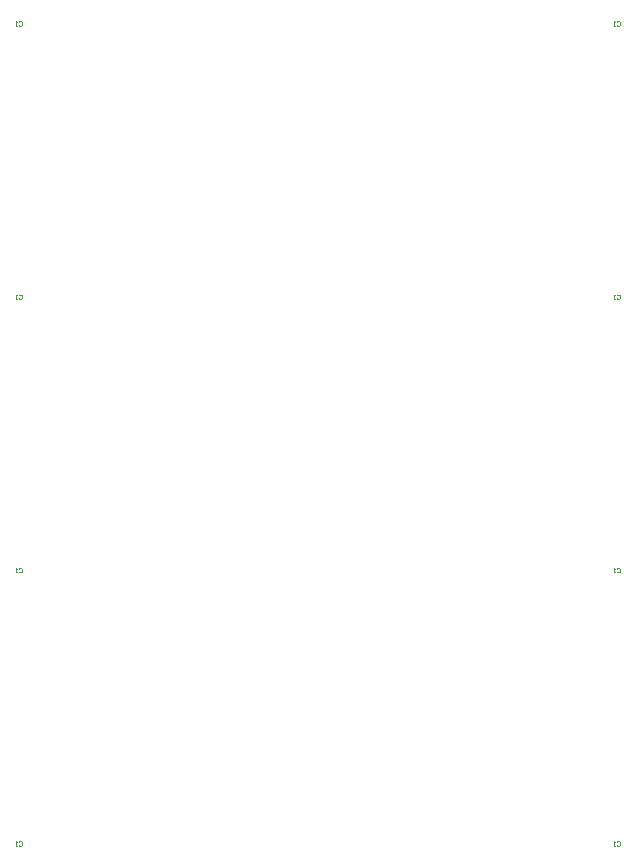
<source format=gbo>
G04*
G04 #@! TF.GenerationSoftware,Altium Limited,Altium Designer,22.6.1 (34)*
G04*
G04 Layer_Color=32896*
%FSLAX44Y44*%
%MOMM*%
G71*
G04*
G04 #@! TF.SameCoordinates,710D9251-245E-4E71-9F22-FE530993EF8F*
G04*
G04*
G04 #@! TF.FilePolarity,Positive*
G04*
G01*
G75*
%ADD23C,0.0800*%
D23*
X-385626Y-333400D02*
X-384991Y-332765D01*
X-383722D01*
X-383087Y-333400D01*
Y-335939D01*
X-383722Y-336574D01*
X-384991D01*
X-385626Y-335939D01*
X-386896Y-336574D02*
X-388165D01*
X-387531D01*
Y-332765D01*
X-386896Y-333400D01*
X120624D02*
X121259Y-332765D01*
X122528D01*
X123163Y-333400D01*
Y-335939D01*
X122528Y-336574D01*
X121259D01*
X120624Y-335939D01*
X119354Y-336574D02*
X118085D01*
X118719D01*
Y-332765D01*
X119354Y-333400D01*
X-385626Y-101900D02*
X-384991Y-101265D01*
X-383722D01*
X-383087Y-101900D01*
Y-104439D01*
X-383722Y-105074D01*
X-384991D01*
X-385626Y-104439D01*
X-386896Y-105074D02*
X-388165D01*
X-387531D01*
Y-101265D01*
X-386896Y-101900D01*
X120624D02*
X121259Y-101265D01*
X122528D01*
X123163Y-101900D01*
Y-104439D01*
X122528Y-105074D01*
X121259D01*
X120624Y-104439D01*
X119354Y-105074D02*
X118085D01*
X118719D01*
Y-101265D01*
X119354Y-101900D01*
X-385626Y129600D02*
X-384991Y130235D01*
X-383722D01*
X-383087Y129600D01*
Y127061D01*
X-383722Y126426D01*
X-384991D01*
X-385626Y127061D01*
X-386896Y126426D02*
X-388165D01*
X-387531D01*
Y130235D01*
X-386896Y129600D01*
X120624D02*
X121259Y130235D01*
X122528D01*
X123163Y129600D01*
Y127061D01*
X122528Y126426D01*
X121259D01*
X120624Y127061D01*
X119354Y126426D02*
X118085D01*
X118719D01*
Y130235D01*
X119354Y129600D01*
X-385626Y361100D02*
X-384991Y361735D01*
X-383722D01*
X-383087Y361100D01*
Y358561D01*
X-383722Y357926D01*
X-384991D01*
X-385626Y358561D01*
X-386896Y357926D02*
X-388165D01*
X-387531D01*
Y361735D01*
X-386896Y361100D01*
X120624D02*
X121259Y361735D01*
X122528D01*
X123163Y361100D01*
Y358561D01*
X122528Y357926D01*
X121259D01*
X120624Y358561D01*
X119354Y357926D02*
X118085D01*
X118719D01*
Y361735D01*
X119354Y361100D01*
M02*

</source>
